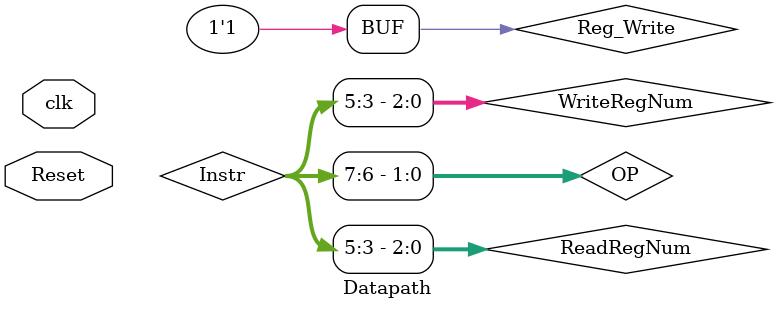
<source format=v>
`timescale 1ns / 1ps
module Datapath(
    input clk,
    input Reset
    //output [1:0] OP
    );

wire Cntrl;
wire [1:0] OP;
wire [7:0] Instr;
wire [2:0] WriteRegNum;
wire [7:0] WriteData;
wire [2:0] ReadRegNum;
wire [7:0] ReadData;
wire [2:0] Imm;
wire [7:0] SignExt;
wire [7:0] ShiftLeft;
wire Reg_Write;

assign Reg_Write = 1;

InstructionFetch IF(.clk(clk),.Reset(Reset), .InstructionCode(Instr));
assign OP = Instr[7:6];
assign ReadRegNum = Instr[5:3];
assign WriteRegNum = Instr[5:3];
assign Imm = Instr[2:0];

RegisterFile Rfile(
	.ReadRegNum(ReadRegNum),
	.WriteRegNum(WriteRegNum),
	.WriteData(WriteData),
	.ReadData(ReadData),
	.RegWrite(Reg_Write),
	.clk(clk),
	.Reset(Reset)
	);
	
SignExt SE(
	.In(Imm),
	.Out(SignExt)
	);
	
ShiftLeft SL(
	.ReadData(ReadData),
	.Shamt(Imm),
	.ShiftLeft(ShiftLeft)
	);
	
assign Cntrl = (OP==2'b00)? 1'b0 : 1'b1;
assign WriteData = (Cntrl==1'b0)? ShiftLeft : SignExt;

endmodule

//X = 3
//Y = 2
//Z = 4

//li R3, 1
//sll R3, 2
//li, R2, 4
//sll R2, 4
//sll R4, 2

//11 011 001
//00 011 010
//11 010 100
//00 010 100
//00 100 010

//Test.mem contents:
//D9
//1A
//D4
//14
//22


</source>
